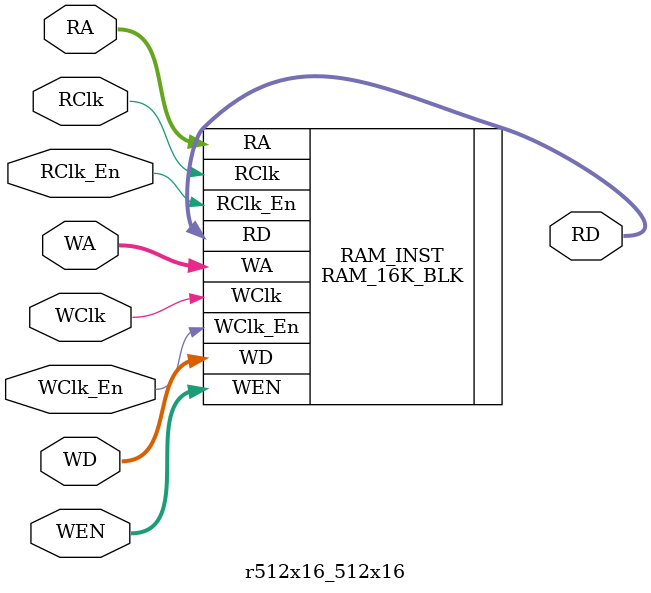
<source format=v>
module r512x16_512x16 (WA,RA,WD,WClk,RClk,WClk_En,RClk_En,WEN,RD);

input [8:0] WA;
input [8:0] RA;
input WClk,RClk;
input WClk_En,RClk_En;
input [1:0] WEN;
input [15:0] WD;
output [15:0] RD;

parameter [16383:0] INIT = 16384'b0;
parameter INIT_FILE="init_512x16.hex";	

parameter addr_int = 9 ;
parameter data_depth_int = 512;
parameter data_width_int = 16;
parameter wr_enable_int = 2;
parameter reg_rd_int = 0;

RAM_16K_BLK #(.addr_int(addr_int),.data_depth_int(data_depth_int),.data_width_int(data_width_int),.wr_enable_int(wr_enable_int),.reg_rd_int(reg_rd_int),
			  .INIT(INIT),.INIT_FILE(INIT_FILE)
			  )
RAM_INST (	.WA(WA),
			.RA(RA),
			.WD(WD),
			.WClk(WClk),
			.RClk(RClk),
			.WClk_En(WClk_En),
			.RClk_En(RClk_En),
			.WEN(WEN),
			.RD(RD)
			);
endmodule


</source>
